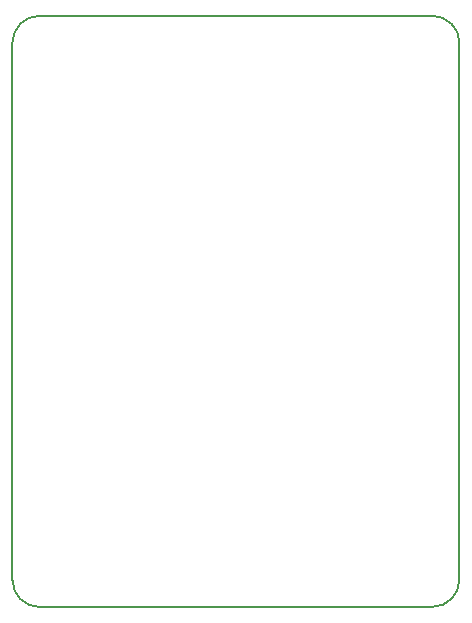
<source format=gbr>
G04 #@! TF.GenerationSoftware,KiCad,Pcbnew,(5.0.2)-1*
G04 #@! TF.CreationDate,2019-06-25T12:01:11-07:00*
G04 #@! TF.ProjectId,powerControl,706f7765-7243-46f6-9e74-726f6c2e6b69,rev?*
G04 #@! TF.SameCoordinates,Original*
G04 #@! TF.FileFunction,Profile,NP*
%FSLAX46Y46*%
G04 Gerber Fmt 4.6, Leading zero omitted, Abs format (unit mm)*
G04 Created by KiCad (PCBNEW (5.0.2)-1) date 6/25/2019 12:01:11 PM*
%MOMM*%
%LPD*%
G01*
G04 APERTURE LIST*
%ADD10C,0.200000*%
G04 APERTURE END LIST*
D10*
X72644000Y-37846000D02*
X72644000Y-83312000D01*
X74930000Y-85607388D02*
G75*
G02X72644000Y-83321388I0J2286000D01*
G01*
X108204000Y-85598000D02*
X74930000Y-85598000D01*
X110490000Y-83312000D02*
G75*
G02X108204000Y-85598000I-2286000J0D01*
G01*
X110490000Y-37846000D02*
X110490000Y-83312000D01*
X108204000Y-35560000D02*
G75*
G02X110490000Y-37846000I0J-2286000D01*
G01*
X74930000Y-35560000D02*
X108204000Y-35560000D01*
X72644000Y-37846000D02*
G75*
G02X74930000Y-35560000I2286000J0D01*
G01*
M02*

</source>
